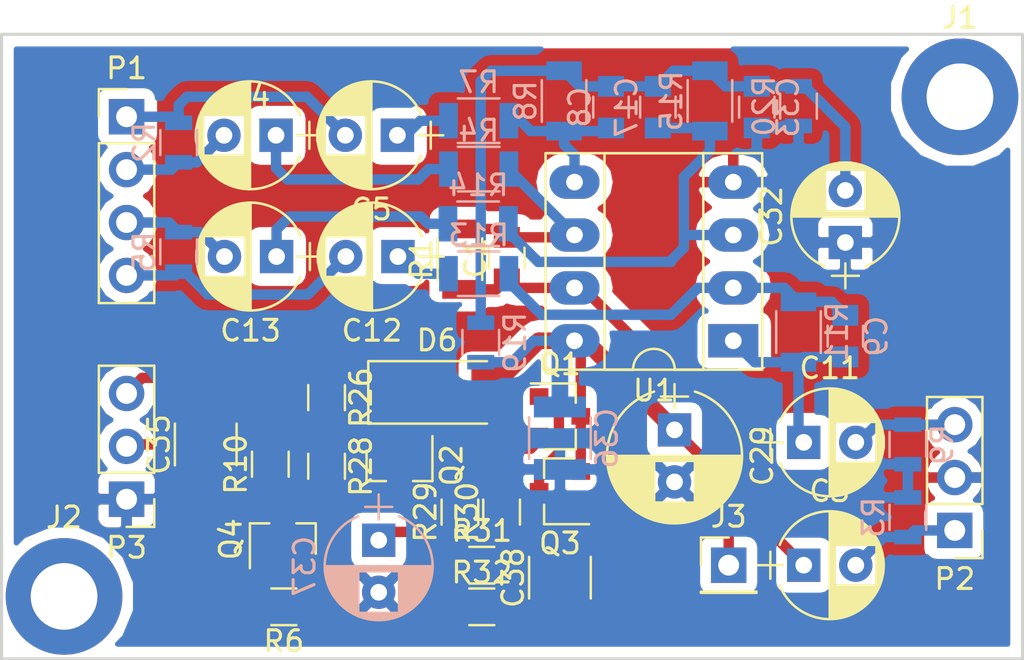
<source format=kicad_pcb>
(kicad_pcb (version 4) (host pcbnew 4.0.6)
  (title_block (title "IBus BT analog module") (date 2017-06-01) (rev 1) (company "the vty"))
  (layers (0 F.Cu signal) (31 B.Cu signal) (34 B.Paste user) (35 F.Paste user) (36 B.SilkS user) (37 F.SilkS user) (38 B.Mask user) (39 F.Mask user) (44 Edge.Cuts user))
  (net 0 "")
  (net 1 "Net-(C1-Pad1)")
  (net 2 "Net-(C1-Pad2)")
  (net 3 SPK_LN)
  (net 4 "Net-(C5-Pad1)")
  (net 5 SPK_LP)
  (net 6 VGND)
  (net 7 "Net-(C8-Pad2)")
  (net 8 "Net-(C9-Pad2)")
  (net 9 "Net-(C11-Pad1)")
  (net 10 SPK_RN)
  (net 11 "Net-(C13-Pad1)")
  (net 12 SPK_RP)
  (net 13 "Net-(C17-Pad2)")
  (net 14 +12P)
  (net 15 GNDA)
  (net 16 "Net-(C37-Pad1)")
  (net 17 "Net-(C38-Pad2)")
  (net 18 "Net-(Q4-Pad3)")
  (net 19 "Net-(Q2-Pad3)")
  (net 20 "Net-(C12-Pad1)")
  (net 21 "Net-(C4-Pad1)")
  (net 22 /B+)
  (net 23 /EN12)
  (net 24 "Net-(Q1-Pad1)")
  (net 25 "Net-(Q2-Pad1)")
  (net 26 "Net-(Q3-Pad1)")
  (net 27 "Net-(Q4-Pad1)")
  (net 28 /L)
  (net 29 /R)
  (module Housings_DIP:DIP-8_W7.62mm_Socket_LongPads (layer F.Cu) (at 118.12 67.72 180)
    (fp_text reference U1 (at 3.81 -2.39 180) (layer F.SilkS))
    (fp_text value NE5532)
    (pad 1 thru_hole rect (at 0 0 180) (size 2.4 1.6) (drill 0.8) (layers *.Cu *.Mask) (net 9 "Net-(C11-Pad1)"))
    (pad 5 thru_hole oval (at 7.62 7.62 180) (size 2.4 1.6) (drill 0.8) (layers *.Cu *.Mask) (net 7 "Net-(C8-Pad2)"))
    (pad 2 thru_hole oval (at 0 2.54 180) (size 2.4 1.6) (drill 0.8) (layers *.Cu *.Mask) (net 8 "Net-(C9-Pad2)"))
    (pad 6 thru_hole oval (at 7.62 5.08 180) (size 2.4 1.6) (drill 0.8) (layers *.Cu *.Mask) (net 2 "Net-(C1-Pad2)"))
    (pad 3 thru_hole oval (at 0 5.08 180) (size 2.4 1.6) (drill 0.8) (layers *.Cu *.Mask) (net 13 "Net-(C17-Pad2)"))
    (pad 7 thru_hole oval (at 7.62 2.54 180) (size 2.4 1.6) (drill 0.8) (layers *.Cu *.Mask) (net 1 "Net-(C1-Pad1)"))
    (pad 4 thru_hole oval (at 0 7.62 180) (size 2.4 1.6) (drill 0.8) (layers *.Cu *.Mask) (net 15 GNDA))
    (pad 8 thru_hole oval (at 7.62 0 180) (size 2.4 1.6) (drill 0.8) (layers *.Cu *.Mask) (net 14 +12P))
  )
  (module TO_SOT_Packages_SMD:SOT-23 (layer F.Cu) (at 109.8 74.95 180)
    (fp_text reference Q3 (at 0 -2.5 180) (layer F.SilkS))
    (fp_text value B847)
    (pad 1 smd rect (at -1 -0.95 180) (size 0.9 0.8) (layers F.Cu F.Paste F.Mask) (net 26 "Net-(Q3-Pad1)"))
    (pad 2 smd rect (at -1 0.95 180) (size 0.9 0.8) (layers F.Cu F.Paste F.Mask) (net 14 +12P))
    (pad 3 smd rect (at 1 0 180) (size 0.9 0.8) (layers F.Cu F.Paste F.Mask) (net 24 "Net-(Q1-Pad1)"))
  )
  (module Capacitors_ThroughHole:CP_Radial_D5.0mm_P2.50mm (layer F.Cu) (at 96.2 63.675 180)
    (fp_text reference C13 (at 1.25 -3.56 180) (layer F.SilkS))
    (fp_text value 1u)
    (pad 1 thru_hole rect (at 0 0 180) (size 1.6 1.6) (drill 0.8) (layers *.Cu *.Mask) (net 11 "Net-(C13-Pad1)"))
    (pad 2 thru_hole circle (at 2.5 0 180) (size 1.6 1.6) (drill 0.8) (layers *.Cu *.Mask) (net 12 SPK_RP))
  )
  (module Capacitors_ThroughHole:CP_Radial_D5.0mm_P2.50mm (layer F.Cu) (at 102 57.85 180)
    (fp_text reference C5 (at 1.25 -3.56 180) (layer F.SilkS))
    (fp_text value 1u)
    (pad 1 thru_hole rect (at 0 0 180) (size 1.6 1.6) (drill 0.8) (layers *.Cu *.Mask) (net 4 "Net-(C5-Pad1)"))
    (pad 2 thru_hole circle (at 2.5 0 180) (size 1.6 1.6) (drill 0.8) (layers *.Cu *.Mask) (net 5 SPK_LP))
  )
  (module Capacitors_SMD:C_0805 (layer F.Cu) (at 107.25 63.75 90)
    (fp_text reference C1 (at 0 -1.5 90) (layer F.SilkS))
    (fp_text value 33p)
    (pad 1 smd rect (at -1 0 90) (size 1 1.25) (layers F.Cu F.Paste F.Mask) (net 1 "Net-(C1-Pad1)"))
    (pad 2 smd rect (at 1 0 90) (size 1 1.25) (layers F.Cu F.Paste F.Mask) (net 2 "Net-(C1-Pad2)"))
  )
  (module Resistors_SMD:R_1206 (layer B.Cu) (at 105.875 62.1 180)
    (fp_text reference R14 (at 0 1.85 180) (layer B.SilkS) (effects (justify mirror)))
    (fp_text value 10k)
    (pad 1 smd rect (at -1.45 0 180) (size 0.9 1.7) (layers B.Cu B.Paste B.Mask) (net 13 "Net-(C17-Pad2)"))
    (pad 2 smd rect (at 1.45 0 180) (size 0.9 1.7) (layers B.Cu B.Paste B.Mask) (net 11 "Net-(C13-Pad1)"))
  )
  (module Capacitors_ThroughHole:CP_Radial_D5.0mm_P2.50mm (layer F.Cu) (at 121.5 72.6)
    (fp_text reference C11 (at 1.25 -3.56) (layer F.SilkS))
    (fp_text value 10u)
    (pad 1 thru_hole rect (at 0 0) (size 1.6 1.6) (drill 0.8) (layers *.Cu *.Mask) (net 9 "Net-(C11-Pad1)"))
    (pad 2 thru_hole circle (at 2.5 0) (size 1.6 1.6) (drill 0.8) (layers *.Cu *.Mask) (net 29 /R))
  )
  (module Capacitors_ThroughHole:CP_Radial_D5.0mm_P2.50mm (layer F.Cu) (at 121.5 78.5)
    (fp_text reference C3 (at 1.25 -3.56) (layer F.SilkS))
    (fp_text value 10u)
    (pad 1 thru_hole rect (at 0 0) (size 1.6 1.6) (drill 0.8) (layers *.Cu *.Mask) (net 1 "Net-(C1-Pad1)"))
    (pad 2 thru_hole circle (at 2.5 0) (size 1.6 1.6) (drill 0.8) (layers *.Cu *.Mask) (net 28 /L))
  )
  (module Capacitors_ThroughHole:CP_Radial_D5.0mm_P2.50mm (layer F.Cu) (at 96.175 57.85 180)
    (fp_text reference C4 (at 1.25 1.85 180) (layer F.SilkS))
    (fp_text value 1u)
    (pad 1 thru_hole rect (at 0 0 180) (size 1.6 1.6) (drill 0.8) (layers *.Cu *.Mask) (net 21 "Net-(C4-Pad1)"))
    (pad 2 thru_hole circle (at 2.5 0 180) (size 1.6 1.6) (drill 0.8) (layers *.Cu *.Mask) (net 3 SPK_LN))
  )
  (module Capacitors_SMD:C_0805 (layer B.Cu) (at 112.25 56.5 270)
    (fp_text reference C8 (at 0 1.5 270) (layer B.SilkS) (effects (justify mirror)))
    (fp_text value 33p)
    (pad 1 smd rect (at -1 0 270) (size 1 1.25) (layers B.Cu B.Paste B.Mask) (net 6 VGND))
    (pad 2 smd rect (at 1 0 270) (size 1 1.25) (layers B.Cu B.Paste B.Mask) (net 7 "Net-(C8-Pad2)"))
  )
  (module Capacitors_SMD:C_0805 (layer B.Cu) (at 123.5 67.5 90)
    (fp_text reference C9 (at 0 1.5 90) (layer B.SilkS) (effects (justify mirror)))
    (fp_text value 33p)
    (pad 1 smd rect (at -1 0 90) (size 1 1.25) (layers B.Cu B.Paste B.Mask) (net 9 "Net-(C11-Pad1)"))
    (pad 2 smd rect (at 1 0 90) (size 1 1.25) (layers B.Cu B.Paste B.Mask) (net 8 "Net-(C9-Pad2)"))
  )
  (module Capacitors_ThroughHole:CP_Radial_D5.0mm_P2.50mm (layer F.Cu) (at 102.025 63.675 180)
    (fp_text reference C12 (at 1.25 -3.56 180) (layer F.SilkS))
    (fp_text value 1u)
    (pad 1 thru_hole rect (at 0 0 180) (size 1.6 1.6) (drill 0.8) (layers *.Cu *.Mask) (net 20 "Net-(C12-Pad1)"))
    (pad 2 thru_hole circle (at 2.5 0 180) (size 1.6 1.6) (drill 0.8) (layers *.Cu *.Mask) (net 10 SPK_RN))
  )
  (module Capacitors_SMD:C_0805 (layer B.Cu) (at 114.5 56.5 270)
    (fp_text reference C17 (at 0 1.5 270) (layer B.SilkS) (effects (justify mirror)))
    (fp_text value 33p)
    (pad 1 smd rect (at -1 0 270) (size 1 1.25) (layers B.Cu B.Paste B.Mask) (net 6 VGND))
    (pad 2 smd rect (at 1 0 270) (size 1 1.25) (layers B.Cu B.Paste B.Mask) (net 13 "Net-(C17-Pad2)"))
  )
  (module Mounting_Holes:MountingHole_3.2mm_M3_DIN965_Pad (layer F.Cu) (at 129 56)
    (fp_text reference J1 (at 0 -3.8) (layer F.SilkS))
    (fp_text value Screw)
    (pad 1 thru_hole circle (at 0 0) (size 5.6 5.6) (drill 3.2) (layers *.Cu *.Mask))
  )
  (module Mounting_Holes:MountingHole_3.2mm_M3_DIN965_Pad (layer F.Cu) (at 86 80)
    (fp_text reference J2 (at 0 -3.8) (layer F.SilkS))
    (fp_text value Screw)
    (pad 1 thru_hole circle (at 0 0) (size 5.6 5.6) (drill 3.2) (layers *.Cu *.Mask))
  )
  (module Pin_Headers:Pin_Header_Straight_1x03_Pitch2.54mm (layer F.Cu) (at 128.75 76.83 180)
    (fp_text reference P2 (at 0 -2.33 180) (layer F.SilkS))
    (fp_text value AUD_OUT)
    (pad 1 thru_hole rect (at 0 0 180) (size 1.7 1.7) (drill 1) (layers *.Cu *.Mask) (net 28 /L))
    (pad 2 thru_hole oval (at 0 2.54 180) (size 1.7 1.7) (drill 1) (layers *.Cu *.Mask) (net 15 GNDA))
    (pad 3 thru_hole oval (at 0 5.08 180) (size 1.7 1.7) (drill 1) (layers *.Cu *.Mask) (net 29 /R))
  )
  (module Resistors_SMD:R_1206 (layer F.Cu) (at 105 63.8 90)
    (fp_text reference R1 (at 0 -1.85 90) (layer F.SilkS))
    (fp_text value 10k)
    (pad 1 smd rect (at -1.45 0 90) (size 0.9 1.7) (layers F.Cu F.Paste F.Mask) (net 1 "Net-(C1-Pad1)"))
    (pad 2 smd rect (at 1.45 0 90) (size 0.9 1.7) (layers F.Cu F.Paste F.Mask) (net 2 "Net-(C1-Pad2)"))
  )
  (module Resistors_SMD:R_1206 (layer B.Cu) (at 105.9 59.475 180)
    (fp_text reference R4 (at 0 1.85 180) (layer B.SilkS) (effects (justify mirror)))
    (fp_text value 10k)
    (pad 1 smd rect (at -1.45 0 180) (size 0.9 1.7) (layers B.Cu B.Paste B.Mask) (net 2 "Net-(C1-Pad2)"))
    (pad 2 smd rect (at 1.45 0 180) (size 0.9 1.7) (layers B.Cu B.Paste B.Mask) (net 21 "Net-(C4-Pad1)"))
  )
  (module Resistors_SMD:R_1206 (layer B.Cu) (at 105.9 57.15 180)
    (fp_text reference R7 (at 0 1.85 180) (layer B.SilkS) (effects (justify mirror)))
    (fp_text value 10k)
    (pad 1 smd rect (at -1.45 0 180) (size 0.9 1.7) (layers B.Cu B.Paste B.Mask) (net 7 "Net-(C8-Pad2)"))
    (pad 2 smd rect (at 1.45 0 180) (size 0.9 1.7) (layers B.Cu B.Paste B.Mask) (net 4 "Net-(C5-Pad1)"))
  )
  (module Resistors_SMD:R_1206 (layer B.Cu) (at 110 56.2 270)
    (fp_text reference R8 (at 0 1.85 270) (layer B.SilkS) (effects (justify mirror)))
    (fp_text value 10k)
    (pad 1 smd rect (at -1.45 0 270) (size 0.9 1.7) (layers B.Cu B.Paste B.Mask) (net 6 VGND))
    (pad 2 smd rect (at 1.45 0 270) (size 0.9 1.7) (layers B.Cu B.Paste B.Mask) (net 7 "Net-(C8-Pad2)"))
  )
  (module Resistors_SMD:R_1206 (layer B.Cu) (at 121.25 67.3 90)
    (fp_text reference R11 (at 0 1.85 90) (layer B.SilkS) (effects (justify mirror)))
    (fp_text value 10k)
    (pad 1 smd rect (at -1.45 0 90) (size 0.9 1.7) (layers B.Cu B.Paste B.Mask) (net 9 "Net-(C11-Pad1)"))
    (pad 2 smd rect (at 1.45 0 90) (size 0.9 1.7) (layers B.Cu B.Paste B.Mask) (net 8 "Net-(C9-Pad2)"))
  )
  (module Resistors_SMD:R_1206 (layer B.Cu) (at 105.9 64.5 180)
    (fp_text reference R13 (at 0 1.85 180) (layer B.SilkS) (effects (justify mirror)))
    (fp_text value 10k)
    (pad 1 smd rect (at -1.45 0 180) (size 0.9 1.7) (layers B.Cu B.Paste B.Mask) (net 8 "Net-(C9-Pad2)"))
    (pad 2 smd rect (at 1.45 0 180) (size 0.9 1.7) (layers B.Cu B.Paste B.Mask) (net 20 "Net-(C12-Pad1)"))
  )
  (module Resistors_SMD:R_1206 (layer B.Cu) (at 117 56.2 270)
    (fp_text reference R15 (at 0 1.85 270) (layer B.SilkS) (effects (justify mirror)))
    (fp_text value 10k)
    (pad 1 smd rect (at -1.45 0 270) (size 0.9 1.7) (layers B.Cu B.Paste B.Mask) (net 6 VGND))
    (pad 2 smd rect (at 1.45 0 270) (size 0.9 1.7) (layers B.Cu B.Paste B.Mask) (net 13 "Net-(C17-Pad2)"))
  )
  (module Capacitors_SMD:C_1210 (layer F.Cu) (at 92.8 72.7 90)
    (fp_text reference C35 (at 0 -2.25 90) (layer F.SilkS))
    (fp_text value 0.22u)
    (pad 1 smd rect (at -1.5 0 90) (size 1 2.5) (layers F.Cu F.Paste F.Mask) (net 15 GNDA))
    (pad 2 smd rect (at 1.5 0 90) (size 1 2.5) (layers F.Cu F.Paste F.Mask) (net 22 /B+))
  )
  (module Capacitors_SMD:C_1210 (layer B.Cu) (at 109.8 72.4 90)
    (fp_text reference C36 (at 0 2.25 90) (layer B.SilkS) (effects (justify mirror)))
    (fp_text value 0.22u)
    (pad 1 smd rect (at -1.5 0 90) (size 1 2.5) (layers B.Cu B.Paste B.Mask) (net 15 GNDA))
    (pad 2 smd rect (at 1.5 0 90) (size 1 2.5) (layers B.Cu B.Paste B.Mask) (net 14 +12P))
  )
  (module Capacitors_SMD:C_1210 (layer F.Cu) (at 109.8 79.1 90)
    (fp_text reference C38 (at 0 -2.25 90) (layer F.SilkS))
    (fp_text value 0.22u)
    (pad 1 smd rect (at -1.5 0 90) (size 1 2.5) (layers F.Cu F.Paste F.Mask) (net 15 GNDA))
    (pad 2 smd rect (at 1.5 0 90) (size 1 2.5) (layers F.Cu F.Paste F.Mask) (net 17 "Net-(C38-Pad2)"))
  )
  (module Diodes_SMD:D_MELF (layer F.Cu) (at 103.9 70.2)
    (fp_text reference D6 (at 0 -2.5) (layer F.SilkS))
    (fp_text value D)
    (pad 1 smd rect (at -2.4 0) (size 1.5 2.7) (layers F.Cu F.Paste F.Mask) (net 22 /B+))
    (pad 2 smd rect (at 2.4 0) (size 1.5 2.7) (layers F.Cu F.Paste F.Mask) (net 14 +12P))
  )
  (module TO_SOT_Packages_SMD:SOT-23 (layer F.Cu) (at 109.8 71.35)
    (fp_text reference Q1 (at 0 -2.5) (layer F.SilkS))
    (fp_text value BC807)
    (pad 1 smd rect (at -1 -0.95) (size 0.9 0.8) (layers F.Cu F.Paste F.Mask) (net 24 "Net-(Q1-Pad1)"))
    (pad 2 smd rect (at -1 0.95) (size 0.9 0.8) (layers F.Cu F.Paste F.Mask) (net 22 /B+))
    (pad 3 smd rect (at 1 0) (size 0.9 0.8) (layers F.Cu F.Paste F.Mask) (net 14 +12P))
  )
  (module TO_SOT_Packages_SMD:SOT-23 (layer F.Cu) (at 102.1 73.7 270)
    (fp_text reference Q2 (at 0 -2.5 270) (layer F.SilkS))
    (fp_text value 2N7002)
    (pad 1 smd rect (at -1 -0.95 270) (size 0.9 0.8) (layers F.Cu F.Paste F.Mask) (net 25 "Net-(Q2-Pad1)"))
    (pad 2 smd rect (at -1 0.95 270) (size 0.9 0.8) (layers F.Cu F.Paste F.Mask) (net 22 /B+))
    (pad 3 smd rect (at 1 0 270) (size 0.9 0.8) (layers F.Cu F.Paste F.Mask) (net 19 "Net-(Q2-Pad3)"))
  )
  (module TO_SOT_Packages_SMD:SOT-23 (layer F.Cu) (at 96.5 77.25 90)
    (fp_text reference Q4 (at 0 -2.5 90) (layer F.SilkS))
    (fp_text value Q_NMOS_GSD)
    (pad 1 smd rect (at -1 -0.95 90) (size 0.9 0.8) (layers F.Cu F.Paste F.Mask) (net 27 "Net-(Q4-Pad1)"))
    (pad 2 smd rect (at -1 0.95 90) (size 0.9 0.8) (layers F.Cu F.Paste F.Mask) (net 15 GNDA))
    (pad 3 smd rect (at 1 0 90) (size 0.9 0.8) (layers F.Cu F.Paste F.Mask) (net 18 "Net-(Q4-Pad3)"))
  )
  (module Resistors_SMD:R_0805 (layer B.Cu) (at 91.5 58.2 270)
    (fp_text reference R2 (at 0 1.65 270) (layer B.SilkS) (effects (justify mirror)))
    (fp_text value 680)
    (pad 1 smd rect (at -0.95 0 270) (size 0.7 1.3) (layers B.Cu B.Paste B.Mask) (net 5 SPK_LP))
    (pad 2 smd rect (at 0.95 0 270) (size 0.7 1.3) (layers B.Cu B.Paste B.Mask) (net 3 SPK_LN))
  )
  (module Resistors_SMD:R_0805 (layer B.Cu) (at 126.5 76.2 270)
    (fp_text reference R3 (at 0 1.65 270) (layer B.SilkS) (effects (justify mirror)))
    (fp_text value 10k)
    (pad 1 smd rect (at -0.95 0 270) (size 0.7 1.3) (layers B.Cu B.Paste B.Mask) (net 15 GNDA))
    (pad 2 smd rect (at 0.95 0 270) (size 0.7 1.3) (layers B.Cu B.Paste B.Mask) (net 28 /L))
  )
  (module Resistors_SMD:R_0805 (layer B.Cu) (at 91.5 63.45 270)
    (fp_text reference R5 (at 0 1.65 270) (layer B.SilkS) (effects (justify mirror)))
    (fp_text value 680)
    (pad 1 smd rect (at -0.95 0 270) (size 0.7 1.3) (layers B.Cu B.Paste B.Mask) (net 12 SPK_RP))
    (pad 2 smd rect (at 0.95 0 270) (size 0.7 1.3) (layers B.Cu B.Paste B.Mask) (net 10 SPK_RN))
  )
  (module Resistors_SMD:R_0805 (layer B.Cu) (at 126.5 72.7 90)
    (fp_text reference R9 (at 0 1.65 90) (layer B.SilkS) (effects (justify mirror)))
    (fp_text value 10k)
    (pad 1 smd rect (at -0.95 0 90) (size 0.7 1.3) (layers B.Cu B.Paste B.Mask) (net 15 GNDA))
    (pad 2 smd rect (at 0.95 0 90) (size 0.7 1.3) (layers B.Cu B.Paste B.Mask) (net 29 /R))
  )
  (module Resistors_SMD:R_0805 (layer B.Cu) (at 106 67.8 90)
    (fp_text reference R19 (at 0 1.65 90) (layer B.SilkS) (effects (justify mirror)))
    (fp_text value 2.2k)
    (pad 1 smd rect (at -0.95 0 90) (size 0.7 1.3) (layers B.Cu B.Paste B.Mask) (net 14 +12P))
    (pad 2 smd rect (at 0.95 0 90) (size 0.7 1.3) (layers B.Cu B.Paste B.Mask) (net 6 VGND))
  )
  (module Resistors_SMD:R_0805 (layer B.Cu) (at 121.25 56.45 270)
    (fp_text reference R20 (at 0 1.65 270) (layer B.SilkS) (effects (justify mirror)))
    (fp_text value 2.2k)
    (pad 1 smd rect (at -0.95 0 270) (size 0.7 1.3) (layers B.Cu B.Paste B.Mask) (net 6 VGND))
    (pad 2 smd rect (at 0.95 0 270) (size 0.7 1.3) (layers B.Cu B.Paste B.Mask) (net 15 GNDA))
  )
  (module Resistors_SMD:R_0805 (layer F.Cu) (at 98.6 70.45 270)
    (fp_text reference R26 (at 0 -1.65 270) (layer F.SilkS))
    (fp_text value 10k)
    (pad 1 smd rect (at -0.95 0 270) (size 0.7 1.3) (layers F.Cu F.Paste F.Mask) (net 22 /B+))
    (pad 2 smd rect (at 0.95 0 270) (size 0.7 1.3) (layers F.Cu F.Paste F.Mask) (net 25 "Net-(Q2-Pad1)"))
  )
  (module Resistors_SMD:R_0805 (layer F.Cu) (at 98.6 73.75 270)
    (fp_text reference R28 (at 0 -1.65 270) (layer F.SilkS))
    (fp_text value 10k)
    (pad 1 smd rect (at -0.95 0 270) (size 0.7 1.3) (layers F.Cu F.Paste F.Mask) (net 25 "Net-(Q2-Pad1)"))
    (pad 2 smd rect (at 0.95 0 270) (size 0.7 1.3) (layers F.Cu F.Paste F.Mask) (net 18 "Net-(Q4-Pad3)"))
  )
  (module Resistors_SMD:R_0805 (layer F.Cu) (at 105 75.95 90)
    (fp_text reference R29 (at 0 -1.65 90) (layer F.SilkS))
    (fp_text value 15k)
    (pad 1 smd rect (at -0.95 0 90) (size 0.7 1.3) (layers F.Cu F.Paste F.Mask) (net 16 "Net-(C37-Pad1)"))
    (pad 2 smd rect (at 0.95 0 90) (size 0.7 1.3) (layers F.Cu F.Paste F.Mask) (net 19 "Net-(Q2-Pad3)"))
  )
  (module Resistors_SMD:R_0805 (layer F.Cu) (at 107 75.95 90)
    (fp_text reference R30 (at 0 -1.65 90) (layer F.SilkS))
    (fp_text value 1k)
    (pad 1 smd rect (at -0.95 0 90) (size 0.7 1.3) (layers F.Cu F.Paste F.Mask) (net 17 "Net-(C38-Pad2)"))
    (pad 2 smd rect (at 0.95 0 90) (size 0.7 1.3) (layers F.Cu F.Paste F.Mask) (net 26 "Net-(Q3-Pad1)"))
  )
  (module Resistors_SMD:R_0805 (layer F.Cu) (at 106.05 78.5)
    (fp_text reference R31 (at 0 -1.65) (layer F.SilkS))
    (fp_text value 10k)
    (pad 1 smd rect (at -0.95 0) (size 0.7 1.3) (layers F.Cu F.Paste F.Mask) (net 16 "Net-(C37-Pad1)"))
    (pad 2 smd rect (at 0.95 0) (size 0.7 1.3) (layers F.Cu F.Paste F.Mask) (net 17 "Net-(C38-Pad2)"))
  )
  (module Resistors_SMD:R_0805 (layer F.Cu) (at 106.05 80.5)
    (fp_text reference R32 (at 0 -1.65) (layer F.SilkS))
    (fp_text value 220k)
    (pad 1 smd rect (at -0.95 0) (size 0.7 1.3) (layers F.Cu F.Paste F.Mask) (net 15 GNDA))
    (pad 2 smd rect (at 0.95 0) (size 0.7 1.3) (layers F.Cu F.Paste F.Mask) (net 17 "Net-(C38-Pad2)"))
  )
  (module Capacitors_ThroughHole:CP_Radial_D6.3mm_P2.50mm (layer F.Cu) (at 115.3 72 270)
    (fp_text reference C29 (at 1.25 -4.21 270) (layer F.SilkS))
    (fp_text value 100u)
    (pad 1 thru_hole rect (at 0 0 270) (size 1.6 1.6) (drill 0.8) (layers *.Cu *.Mask) (net 14 +12P))
    (pad 2 thru_hole circle (at 2.5 0 270) (size 1.6 1.6) (drill 0.8) (layers *.Cu *.Mask) (net 15 GNDA))
  )
  (module Capacitors_ThroughHole:CP_Radial_D5.0mm_P2.50mm (layer F.Cu) (at 123.5 63 90)
    (fp_text reference C32 (at 1.25 -3.56 90) (layer F.SilkS))
    (fp_text value 47u)
    (pad 1 thru_hole rect (at 0 0 90) (size 1.6 1.6) (drill 0.8) (layers *.Cu *.Mask) (net 15 GNDA))
    (pad 2 thru_hole circle (at 2.5 0 90) (size 1.6 1.6) (drill 0.8) (layers *.Cu *.Mask) (net 6 VGND))
  )
  (module Capacitors_ThroughHole:CP_Radial_D5.0mm_P2.50mm (layer B.Cu) (at 101.1 77.3 270)
    (fp_text reference C37 (at 1.25 3.56 270) (layer B.SilkS) (effects (justify mirror)))
    (fp_text value 22u)
    (pad 1 thru_hole rect (at 0 0 270) (size 1.6 1.6) (drill 0.8) (layers *.Cu *.Mask) (net 16 "Net-(C37-Pad1)"))
    (pad 2 thru_hole circle (at 2.5 0 270) (size 1.6 1.6) (drill 0.8) (layers *.Cu *.Mask) (net 15 GNDA))
  )
  (module Pin_Headers:Pin_Header_Straight_1x04_Pitch2.54mm (layer F.Cu) (at 89 56.96)
    (fp_text reference P1 (at 0 -2.33) (layer F.SilkS))
    (fp_text value DIFF_IN)
    (pad 1 thru_hole rect (at 0 0) (size 1.7 1.7) (drill 1) (layers *.Cu *.Mask) (net 5 SPK_LP))
    (pad 2 thru_hole oval (at 0 2.54) (size 1.7 1.7) (drill 1) (layers *.Cu *.Mask) (net 3 SPK_LN))
    (pad 3 thru_hole oval (at 0 5.08) (size 1.7 1.7) (drill 1) (layers *.Cu *.Mask) (net 12 SPK_RP))
    (pad 4 thru_hole oval (at 0 7.62) (size 1.7 1.7) (drill 1) (layers *.Cu *.Mask) (net 10 SPK_RN))
  )
  (module Pin_Headers:Pin_Header_Straight_1x03_Pitch2.54mm (layer F.Cu) (at 89 75.33 180)
    (fp_text reference P3 (at 0 -2.33 180) (layer F.SilkS))
    (fp_text value PWR_EN)
    (pad 1 thru_hole rect (at 0 0 180) (size 1.7 1.7) (drill 1) (layers *.Cu *.Mask) (net 15 GNDA))
    (pad 2 thru_hole oval (at 0 2.54 180) (size 1.7 1.7) (drill 1) (layers *.Cu *.Mask) (net 23 /EN12))
    (pad 3 thru_hole oval (at 0 5.08 180) (size 1.7 1.7) (drill 1) (layers *.Cu *.Mask) (net 22 /B+))
  )
  (module Resistors_SMD:R_0805 (layer F.Cu) (at 95.9 73.65 90)
    (fp_text reference R10 (at 0 -1.65 90) (layer F.SilkS))
    (fp_text value 1k)
    (pad 1 smd rect (at -0.95 0 90) (size 0.7 1.3) (layers F.Cu F.Paste F.Mask) (net 27 "Net-(Q4-Pad1)"))
    (pad 2 smd rect (at 0.95 0 90) (size 0.7 1.3) (layers F.Cu F.Paste F.Mask) (net 23 /EN12))
  )
  (module Capacitors_SMD:C_0805 (layer B.Cu) (at 119.25 56.5 90)
    (fp_text reference C33 (at 0 1.5 90) (layer B.SilkS) (effects (justify mirror)))
    (fp_text value 100n)
    (pad 1 smd rect (at -1 0 90) (size 1 1.25) (layers B.Cu B.Paste B.Mask) (net 15 GNDA))
    (pad 2 smd rect (at 1 0 90) (size 1 1.25) (layers B.Cu B.Paste B.Mask) (net 6 VGND))
  )
  (module Resistors_SMD:R_0805 (layer F.Cu) (at 96.55 80.5 180)
    (fp_text reference R6 (at 0 -1.65 180) (layer F.SilkS))
    (fp_text value 10k)
    (pad 1 smd rect (at -0.95 0 180) (size 0.7 1.3) (layers F.Cu F.Paste F.Mask) (net 15 GNDA))
    (pad 2 smd rect (at 0.95 0 180) (size 0.7 1.3) (layers F.Cu F.Paste F.Mask) (net 27 "Net-(Q4-Pad1)"))
  )
  (module Pin_Headers:Pin_Header_Straight_1x01_Pitch2.54mm (layer F.Cu) (at 117.9 78.5)
    (fp_text reference J3 (at 0 -2.33) (layer F.SilkS))
    (fp_text value "Mic Bias")
    (pad 1 thru_hole rect (at 0 0) (size 1.7 1.7) (drill 1) (layers *.Cu *.Mask) (net 14 +12P))
  )
  (gr_line (start 83 53) (end 132 53) (layer Edge.Cuts) (width 0.15))
  (gr_line (start 83 83) (end 83 53) (layer Edge.Cuts) (width 0.15))
  (gr_line (start 132 83) (end 83 83) (layer Edge.Cuts) (width 0.15))
  (gr_line (start 132 53) (end 132 83) (layer Edge.Cuts) (width 0.15))
  (segment (start 110.5 65.18) (end 110.9 65.18) (width 0.5) (layer F.Cu) (net 1))
  (segment (start 110.9 65.18) (end 115.47 69.75) (width 0.5) (layer F.Cu) (net 1))
  (segment (start 105 65.25) (end 106.75 65.25) (width 0.5) (layer F.Cu) (net 1))
  (segment (start 106.75 65.25) (end 107.25 64.75) (width 0.5) (layer F.Cu) (net 1))
  (segment (start 110.5 65.18) (end 107.68 65.18) (width 0.5) (layer F.Cu) (net 1))
  (segment (start 107.68 65.18) (end 107.25 64.75) (width 0.5) (layer F.Cu) (net 1))
  (segment (start 115.47 69.75) (end 116.5 69.75) (width 0.5) (layer F.Cu) (net 1))
  (segment (start 119.5 72.75) (end 119.5 76.5) (width 0.5) (layer F.Cu) (net 1))
  (segment (start 119.5 76.5) (end 121.5 78.5) (width 0.5) (layer F.Cu) (net 1))
  (segment (start 116.5 69.75) (end 119.5 72.75) (width 0.5) (layer F.Cu) (net 1))
  (segment (start 105 62.35) (end 106.85 62.35) (width 0.5) (layer F.Cu) (net 2))
  (segment (start 106.85 62.35) (end 107.25 62.75) (width 0.5) (layer F.Cu) (net 2))
  (segment (start 107.25 62.75) (end 110.39 62.75) (width 0.5) (layer F.Cu) (net 2))
  (segment (start 110.39 62.75) (end 110.5 62.64) (width 0.5) (layer F.Cu) (net 2))
  (segment (start 107.35 59.49) (end 110.5 62.64) (width 0.5) (layer B.Cu) (net 2))
  (segment (start 107.35 59.475) (end 107.35 59.49) (width 0.5) (layer B.Cu) (net 2))
  (segment (start 91.5 59.15) (end 92.375 59.15) (width 0.5) (layer B.Cu) (net 3))
  (segment (start 92.375 59.15) (end 93.675 57.85) (width 0.5) (layer B.Cu) (net 3))
  (segment (start 89 59.5) (end 91.15 59.5) (width 0.5) (layer B.Cu) (net 3))
  (segment (start 91.15 59.5) (end 91.5 59.15) (width 0.5) (layer B.Cu) (net 3))
  (segment (start 102.4 57.85) (end 103.1 57.15) (width 0.5) (layer B.Cu) (net 4))
  (segment (start 103.1 57.15) (end 104.45 57.15) (width 0.5) (layer B.Cu) (net 4))
  (segment (start 102 57.85) (end 102.4 57.85) (width 0.5) (layer B.Cu) (net 4))
  (segment (start 91.9 56) (end 97.65 56) (width 0.5) (layer B.Cu) (net 5))
  (segment (start 97.65 56) (end 99.5 57.85) (width 0.5) (layer B.Cu) (net 5))
  (segment (start 91.5 57.25) (end 91.5 56.4) (width 0.5) (layer B.Cu) (net 5))
  (segment (start 91.5 56.4) (end 91.9 56) (width 0.5) (layer B.Cu) (net 5))
  (segment (start 89 56.96) (end 91.21 56.96) (width 0.5) (layer B.Cu) (net 5))
  (segment (start 91.21 56.96) (end 91.5 57.25) (width 0.5) (layer B.Cu) (net 5))
  (segment (start 123.5 60.5) (end 123.5 57.45) (width 0.5) (layer B.Cu) (net 6))
  (segment (start 123.5 57.45) (end 121.55 55.5) (width 0.5) (layer B.Cu) (net 6))
  (segment (start 121.55 55.5) (end 121.25 55.5) (width 0.5) (layer B.Cu) (net 6))
  (segment (start 119.25 55.5) (end 121.25 55.5) (width 0.5) (layer B.Cu) (net 6))
  (segment (start 106.5 54.75) (end 110 54.75) (width 0.5) (layer B.Cu) (net 6))
  (segment (start 106 55.25) (end 106.5 54.75) (width 0.5) (layer B.Cu) (net 6))
  (segment (start 106 66.85) (end 106 55.25) (width 0.5) (layer B.Cu) (net 6))
  (segment (start 112.25 55.5) (end 110.75 55.5) (width 0.5) (layer B.Cu) (net 6))
  (segment (start 110.75 55.5) (end 110 54.75) (width 0.5) (layer B.Cu) (net 6))
  (segment (start 114.5 55.5) (end 112.25 55.5) (width 0.5) (layer B.Cu) (net 6))
  (segment (start 117 54.75) (end 115.25 54.75) (width 0.5) (layer B.Cu) (net 6))
  (segment (start 115.25 54.75) (end 114.5 55.5) (width 0.5) (layer B.Cu) (net 6))
  (segment (start 117.75 55.5) (end 117 54.75) (width 0.5) (layer B.Cu) (net 6))
  (segment (start 119.25 55.5) (end 117.75 55.5) (width 0.5) (layer B.Cu) (net 6))
  (segment (start 119.63137 55.5) (end 119.25 55.5) (width 0.5) (layer B.Cu) (net 6))
  (segment (start 107.9 57.15) (end 108.4 57.65) (width 0.5) (layer B.Cu) (net 7))
  (segment (start 108.4 57.65) (end 110 57.65) (width 0.5) (layer B.Cu) (net 7))
  (segment (start 107.35 57.15) (end 107.9 57.15) (width 0.5) (layer B.Cu) (net 7))
  (segment (start 110 57.65) (end 112.1 57.65) (width 0.5) (layer B.Cu) (net 7))
  (segment (start 110.5 60.1) (end 110.5 58.8) (width 0.5) (layer B.Cu) (net 7))
  (segment (start 110.5 58.8) (end 110 58.3) (width 0.5) (layer B.Cu) (net 7))
  (segment (start 110 58.3) (end 110 57.65) (width 0.5) (layer B.Cu) (net 7))
  (segment (start 110.85 59.75) (end 110.5 60.1) (width 0.5) (layer B.Cu) (net 7))
  (segment (start 112.1 57.65) (end 112.25 57.5) (width 0.5) (layer B.Cu) (net 7))
  (segment (start 107.35 64.9) (end 108.91999 66.46999) (width 0.5) (layer B.Cu) (net 8))
  (segment (start 108.91999 66.46999) (end 115.13001 66.46999) (width 0.5) (layer B.Cu) (net 8))
  (segment (start 115.13001 66.46999) (end 116.42 65.18) (width 0.5) (layer B.Cu) (net 8))
  (segment (start 116.42 65.18) (end 118.12 65.18) (width 0.5) (layer B.Cu) (net 8))
  (segment (start 118.12 65.18) (end 120.58 65.18) (width 0.5) (layer B.Cu) (net 8))
  (segment (start 120.58 65.18) (end 121.25 65.85) (width 0.5) (layer B.Cu) (net 8))
  (segment (start 121.25 65.85) (end 122.85 65.85) (width 0.5) (layer B.Cu) (net 8))
  (segment (start 122.85 65.85) (end 123.5 66.5) (width 0.5) (layer B.Cu) (net 8))
  (segment (start 107.35 64.5) (end 107.35 64.9) (width 0.5) (layer B.Cu) (net 8))
  (segment (start 121.25 68.75) (end 121.25 72.5) (width 0.5) (layer B.Cu) (net 9))
  (segment (start 123.5 68.5) (end 121.5 68.5) (width 0.5) (layer B.Cu) (net 9))
  (segment (start 121.25 68.75) (end 119.15 68.75) (width 0.5) (layer B.Cu) (net 9))
  (segment (start 119.15 68.75) (end 118.12 67.72) (width 0.5) (layer B.Cu) (net 9))
  (segment (start 121.5 68.5) (end 121.25 68.75) (width 0.5) (layer B.Cu) (net 9))
  (segment (start 121.25 72.5) (end 121.5 72.75) (width 0.5) (layer B.Cu) (net 9))
  (segment (start 92.9 65.5) (end 97.7 65.5) (width 0.5) (layer B.Cu) (net 10))
  (segment (start 97.7 65.5) (end 99.525 63.675) (width 0.5) (layer B.Cu) (net 10))
  (segment (start 91.5 64.4) (end 91.8 64.4) (width 0.5) (layer B.Cu) (net 10))
  (segment (start 91.8 64.4) (end 92.9 65.5) (width 0.5) (layer B.Cu) (net 10))
  (segment (start 89 64.58) (end 91.32 64.58) (width 0.5) (layer B.Cu) (net 10))
  (segment (start 91.32 64.58) (end 91.5 64.4) (width 0.5) (layer B.Cu) (net 10))
  (segment (start 104.425 62.1) (end 103.475 62.1) (width 0.5) (layer B.Cu) (net 11))
  (segment (start 103.475 62.1) (end 103.125 61.75) (width 0.5) (layer B.Cu) (net 11))
  (segment (start 103.125 61.75) (end 96.825 61.75) (width 0.5) (layer B.Cu) (net 11))
  (segment (start 96.825 61.75) (end 96.2 62.375) (width 0.5) (layer B.Cu) (net 11))
  (segment (start 96.2 62.375) (end 96.2 63.675) (width 0.5) (layer B.Cu) (net 11))
  (segment (start 91.5 62.5) (end 92.525 62.5) (width 0.5) (layer B.Cu) (net 12))
  (segment (start 92.525 62.5) (end 93.7 63.675) (width 0.5) (layer B.Cu) (net 12))
  (segment (start 89 62.04) (end 91.04 62.04) (width 0.5) (layer B.Cu) (net 12))
  (segment (start 91.04 62.04) (end 91.5 62.5) (width 0.5) (layer B.Cu) (net 12))
  (segment (start 115.75 59.85) (end 117 58.6) (width 0.5) (layer B.Cu) (net 13))
  (segment (start 115.75 62.5) (end 115.75 59.85) (width 0.5) (layer B.Cu) (net 13))
  (segment (start 117 58.6) (end 117 57.65) (width 0.5) (layer B.Cu) (net 13))
  (segment (start 114.5 57.5) (end 116.85 57.5) (width 0.5) (layer B.Cu) (net 13))
  (segment (start 118.12 62.64) (end 115.89 62.64) (width 0.5) (layer B.Cu) (net 13))
  (segment (start 115.75 63.25) (end 115.75 62.5) (width 0.5) (layer B.Cu) (net 13))
  (segment (start 115.89 62.64) (end 115.75 62.5) (width 0.5) (layer B.Cu) (net 13))
  (segment (start 115.13001 63.86999) (end 115.75 63.25) (width 0.5) (layer B.Cu) (net 13))
  (segment (start 108.75499 63.92999) (end 115.13001 63.92999) (width 0.5) (layer B.Cu) (net 13))
  (segment (start 115.13001 63.92999) (end 115.13001 63.86999) (width 0.5) (layer B.Cu) (net 13))
  (segment (start 107.325 62.5) (end 108.75499 63.92999) (width 0.5) (layer B.Cu) (net 13))
  (segment (start 118.12 62.64) (end 117.72 62.64) (width 0.5) (layer B.Cu) (net 13))
  (segment (start 107.325 62.1) (end 107.325 62.5) (width 0.5) (layer B.Cu) (net 13))
  (segment (start 116.85 57.5) (end 117 57.65) (width 0.5) (layer B.Cu) (net 13))
  (segment (start 117.9 78.5) (end 117.9 74.6) (width 0.5) (layer F.Cu) (net 14))
  (segment (start 117.9 74.6) (end 115.3 72) (width 0.5) (layer F.Cu) (net 14))
  (segment (start 110.8 71.35) (end 110.8 68.02) (width 0.5) (layer F.Cu) (net 14))
  (segment (start 110.8 68.02) (end 110.5 67.72) (width 0.5) (layer F.Cu) (net 14))
  (segment (start 110.8 74) (end 110.8 71.35) (width 0.5) (layer F.Cu) (net 14))
  (segment (start 109.8 70.9) (end 109.8 68.42) (width 0.8) (layer B.Cu) (net 14))
  (segment (start 109.8 68.42) (end 110.5 67.72) (width 0.8) (layer B.Cu) (net 14))
  (segment (start 109.8 68.42) (end 110.5 67.72) (width 0.5) (layer F.Cu) (net 14))
  (segment (start 110.5 67.72) (end 108.78 67.72) (width 0.8) (layer F.Cu) (net 14))
  (segment (start 108.78 67.72) (end 106.3 70.2) (width 0.8) (layer F.Cu) (net 14))
  (segment (start 110.5 67.72) (end 111.02 67.72) (width 0.8) (layer F.Cu) (net 14))
  (segment (start 111.02 67.72) (end 115.3 72) (width 0.8) (layer F.Cu) (net 14))
  (segment (start 110.9 67.72) (end 110.5 67.72) (width 0.5) (layer B.Cu) (net 14))
  (segment (start 110.5 67.72) (end 108.53 67.72) (width 0.5) (layer B.Cu) (net 14))
  (segment (start 108.53 67.72) (end 107.5 68.75) (width 0.5) (layer B.Cu) (net 14))
  (segment (start 107.5 68.75) (end 106 68.75) (width 0.5) (layer B.Cu) (net 14))
  (segment (start 97.45 78.25) (end 97.45 78.2) (width 0.5) (layer F.Cu) (net 15))
  (segment (start 105.1 78.5) (end 105.1 77) (width 0.5) (layer F.Cu) (net 16))
  (segment (start 105.1 77) (end 105 76.9) (width 0.5) (layer F.Cu) (net 16))
  (segment (start 105 76.9) (end 101.5 76.9) (width 0.5) (layer F.Cu) (net 16))
  (segment (start 101.5 76.9) (end 101.1 77.3) (width 0.5) (layer F.Cu) (net 16))
  (segment (start 107 76.9) (end 107 78.5) (width 0.5) (layer F.Cu) (net 17))
  (segment (start 107 78.5) (end 108.9 78.5) (width 0.5) (layer F.Cu) (net 17))
  (segment (start 108.9 78.5) (end 109.8 77.6) (width 0.5) (layer F.Cu) (net 17))
  (segment (start 107 78.5) (end 107 80.5) (width 0.5) (layer F.Cu) (net 17))
  (segment (start 96.5 76.25) (end 97.05 76.25) (width 0.5) (layer F.Cu) (net 18))
  (segment (start 97.05 76.25) (end 98.6 74.7) (width 0.5) (layer F.Cu) (net 18))
  (segment (start 103.6 74.7) (end 103.6 74.75) (width 0.5) (layer F.Cu) (net 19))
  (segment (start 103.6 74.75) (end 103.85 75) (width 0.5) (layer F.Cu) (net 19))
  (segment (start 103.85 75) (end 105 75) (width 0.5) (layer F.Cu) (net 19))
  (segment (start 102.1 74.7) (end 103.6 74.7) (width 0.5) (layer F.Cu) (net 19))
  (segment (start 102.175 63.675) (end 103 64.5) (width 0.5) (layer B.Cu) (net 20))
  (segment (start 103 64.5) (end 104.45 64.5) (width 0.5) (layer B.Cu) (net 20))
  (segment (start 102.025 63.675) (end 102.175 63.675) (width 0.5) (layer B.Cu) (net 20))
  (segment (start 96.725 59.975) (end 96.175 59.425) (width 0.5) (layer B.Cu) (net 21))
  (segment (start 96.175 59.425) (end 96.175 57.85) (width 0.5) (layer B.Cu) (net 21))
  (segment (start 103 59.975) (end 96.725 59.975) (width 0.5) (layer B.Cu) (net 21))
  (segment (start 104.45 59.475) (end 103.5 59.475) (width 0.5) (layer B.Cu) (net 21))
  (segment (start 103.5 59.475) (end 103 59.975) (width 0.5) (layer B.Cu) (net 21))
  (segment (start 101.15 72.7) (end 101.15 70.55) (width 0.5) (layer F.Cu) (net 22))
  (segment (start 101.15 70.55) (end 101.5 70.2) (width 0.5) (layer F.Cu) (net 22))
  (segment (start 101.5 70.2) (end 102.75 70.2) (width 0.5) (layer F.Cu) (net 22))
  (segment (start 102.75 70.2) (end 105.45 72.9) (width 0.5) (layer F.Cu) (net 22))
  (segment (start 105.45 72.9) (end 108.4 72.9) (width 0.5) (layer F.Cu) (net 22))
  (segment (start 108.4 72.9) (end 108.8 72.5) (width 0.5) (layer F.Cu) (net 22))
  (segment (start 108.8 72.5) (end 108.8 72.3) (width 0.5) (layer F.Cu) (net 22))
  (segment (start 98.6 69.5) (end 92.7 69.5) (width 0.5) (layer F.Cu) (net 22))
  (segment (start 92.7 69.5) (end 89.75 69.5) (width 0.5) (layer F.Cu) (net 22))
  (segment (start 92.8 71.2) (end 92.8 69.6) (width 0.5) (layer F.Cu) (net 22))
  (segment (start 92.8 69.6) (end 92.7 69.5) (width 0.5) (layer F.Cu) (net 22))
  (segment (start 89.75 69.5) (end 89 70.25) (width 0.5) (layer F.Cu) (net 22))
  (segment (start 98.6 69.5) (end 100.8 69.5) (width 0.5) (layer F.Cu) (net 22))
  (segment (start 100.8 69.5) (end 101.5 70.2) (width 0.5) (layer F.Cu) (net 22))
  (segment (start 101.2 70.5) (end 101.5 70.2) (width 0.5) (layer F.Cu) (net 22))
  (segment (start 95.9 72.7) (end 89.09 72.7) (width 0.5) (layer F.Cu) (net 23))
  (segment (start 89.09 72.7) (end 89 72.79) (width 0.5) (layer F.Cu) (net 23))
  (segment (start 95.9 72.7) (end 95.6 72.7) (width 0.5) (layer F.Cu) (net 23))
  (segment (start 108.8 74.95) (end 108.8 74.05) (width 0.5) (layer F.Cu) (net 24))
  (segment (start 108.8 74.05) (end 109.75 73.1) (width 0.5) (layer F.Cu) (net 24))
  (segment (start 109.75 73.1) (end 109.75 71.3) (width 0.5) (layer F.Cu) (net 24))
  (segment (start 109.75 71.3) (end 108.85 70.4) (width 0.5) (layer F.Cu) (net 24))
  (segment (start 108.85 70.4) (end 108.8 70.4) (width 0.5) (layer F.Cu) (net 24))
  (segment (start 103.05 72.7) (end 103.05 72.75) (width 0.5) (layer F.Cu) (net 25))
  (segment (start 103.05 72.75) (end 102.1 73.7) (width 0.5) (layer F.Cu) (net 25))
  (segment (start 102.1 73.7) (end 99.8 73.7) (width 0.5) (layer F.Cu) (net 25))
  (segment (start 99.8 73.7) (end 98.9 72.8) (width 0.5) (layer F.Cu) (net 25))
  (segment (start 98.9 72.8) (end 98.6 72.8) (width 0.5) (layer F.Cu) (net 25))
  (segment (start 98.6 71.4) (end 98.6 72.8) (width 0.5) (layer F.Cu) (net 25))
  (segment (start 107 75) (end 107.9 75.9) (width 0.5) (layer F.Cu) (net 26))
  (segment (start 107.9 75.9) (end 110.8 75.9) (width 0.5) (layer F.Cu) (net 26))
  (segment (start 95.55 78.25) (end 95.55 80.45) (width 0.5) (layer F.Cu) (net 27))
  (segment (start 95.55 80.45) (end 95.6 80.5) (width 0.5) (layer F.Cu) (net 27))
  (segment (start 95.2 76.9) (end 95.55 77.25) (width 0.5) (layer F.Cu) (net 27))
  (segment (start 95.55 77.25) (end 95.55 78.25) (width 0.5) (layer F.Cu) (net 27))
  (segment (start 95.2 75) (end 95.2 76.9) (width 0.5) (layer F.Cu) (net 27))
  (segment (start 95.9 74.6) (end 95.6 74.6) (width 0.5) (layer F.Cu) (net 27))
  (segment (start 95.6 74.6) (end 95.2 75) (width 0.5) (layer F.Cu) (net 27))
  (segment (start 125.35 77.15) (end 124 78.5) (width 0.5) (layer B.Cu) (net 28))
  (segment (start 126.5 77.15) (end 125.35 77.15) (width 0.5) (layer B.Cu) (net 28))
  (segment (start 128.75 76.83) (end 126.82 76.83) (width 0.5) (layer B.Cu) (net 28))
  (segment (start 126.82 76.83) (end 126.5 77.15) (width 0.5) (layer B.Cu) (net 28))
  (segment (start 125 71.75) (end 124 72.75) (width 0.5) (layer B.Cu) (net 29))
  (segment (start 126.5 71.75) (end 125 71.75) (width 0.5) (layer B.Cu) (net 29))
  (segment (start 128.75 71.75) (end 126.5 71.75) (width 0.5) (layer B.Cu) (net 29))
  (zone (net 15) (net_name GNDA) (layer F.Cu) (connect_pads (clearance 0.6)) (min_thickness 0.254) (fill yes (arc_segments 16) (thermal_gap 0.508) (thermal_bridge_width 0.508))
    (polygon (pts (xy 83 53) (xy 132 53) (xy 132 83) (xy 83 83)))
  )
  (zone (net 15) (net_name GNDA) (layer B.Cu) (connect_pads (clearance 0.508)) (min_thickness 0.254) (fill yes (arc_segments 16) (thermal_gap 0.508) (thermal_bridge_width 0.508))
    (polygon (pts (xy 83 53) (xy 132 53) (xy 132 83) (xy 83 83)))
  )
)
</source>
